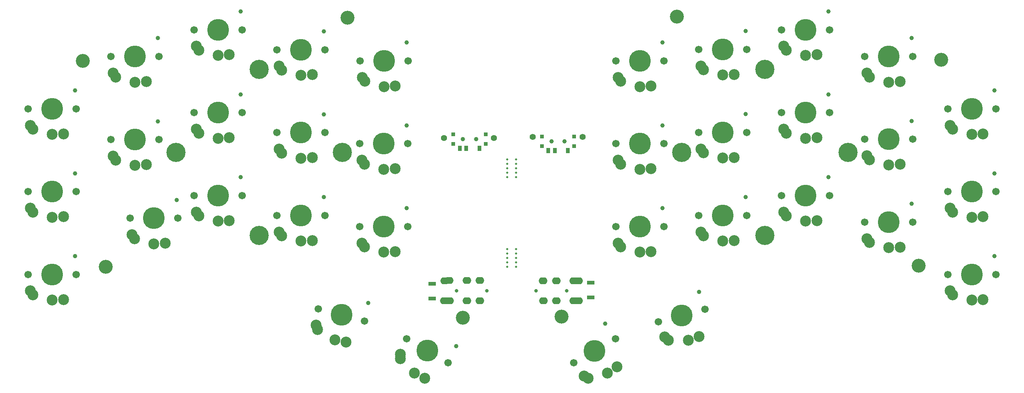
<source format=gbr>
%TF.GenerationSoftware,KiCad,Pcbnew,6.0.4+dfsg-1+b1*%
%TF.CreationDate,2022-04-16T20:30:22+01:00*%
%TF.ProjectId,sweep-mid,73776565-702d-46d6-9964-2e6b69636164,rev?*%
%TF.SameCoordinates,Original*%
%TF.FileFunction,Soldermask,Top*%
%TF.FilePolarity,Negative*%
%FSLAX46Y46*%
G04 Gerber Fmt 4.6, Leading zero omitted, Abs format (unit mm)*
G04 Created by KiCad (PCBNEW 6.0.4+dfsg-1+b1) date 2022-04-16 20:30:22*
%MOMM*%
%LPD*%
G01*
G04 APERTURE LIST*
%ADD10C,5.000000*%
%ADD11C,0.990600*%
%ADD12C,1.701800*%
%ADD13C,2.500000*%
%ADD14C,1.397000*%
%ADD15C,4.400000*%
%ADD16R,0.900000X0.900000*%
%ADD17R,0.900000X1.250000*%
%ADD18R,1.700000X0.900000*%
%ADD19C,0.800000*%
%ADD20O,2.000000X1.600000*%
%ADD21C,0.500000*%
%ADD22C,3.200000*%
%ADD23C,1.000000*%
G04 APERTURE END LIST*
D10*
%TO.C,SW2*%
X45000000Y-77000000D03*
D11*
X50220000Y-72800000D03*
D12*
X50500000Y-77000000D03*
X39500000Y-77000000D03*
D13*
X47600000Y-82750000D03*
X45000000Y-82900000D03*
X40000000Y-80800000D03*
X40600000Y-81700000D03*
%TD*%
D10*
%TO.C,SW3*%
X64000000Y-65000000D03*
D11*
X69220000Y-60800000D03*
D12*
X69500000Y-65000000D03*
X58500000Y-65000000D03*
D13*
X66600000Y-70750000D03*
X64000000Y-70900000D03*
X59000000Y-68800000D03*
X59600000Y-69700000D03*
%TD*%
D10*
%TO.C,SW4*%
X83000000Y-58860000D03*
D11*
X88220000Y-54660000D03*
D12*
X88500000Y-58860000D03*
X77500000Y-58860000D03*
D13*
X85600000Y-64610000D03*
X83000000Y-64760000D03*
X78000000Y-62660000D03*
X78600000Y-63560000D03*
%TD*%
D10*
%TO.C,SW5*%
X101994000Y-63432000D03*
D11*
X107214000Y-59232000D03*
D12*
X107494000Y-63432000D03*
X96494000Y-63432000D03*
D13*
X104594000Y-69182000D03*
X101994000Y-69332000D03*
X96994000Y-67232000D03*
X97594000Y-68132000D03*
%TD*%
D10*
%TO.C,SW6*%
X121000000Y-66000000D03*
D11*
X126220000Y-61800000D03*
D12*
X126500000Y-66000000D03*
X115500000Y-66000000D03*
D13*
X123600000Y-71750000D03*
X121000000Y-71900000D03*
X116000000Y-69800000D03*
X116600000Y-70700000D03*
%TD*%
D10*
%TO.C,SW8*%
X45000000Y-96000000D03*
D11*
X50220000Y-91800000D03*
D12*
X50500000Y-96000000D03*
X39500000Y-96000000D03*
D13*
X47600000Y-101750000D03*
X45000000Y-101900000D03*
X40000000Y-99800000D03*
X40600000Y-100700000D03*
%TD*%
D10*
%TO.C,SW9*%
X64000000Y-84074000D03*
D11*
X69220000Y-79874000D03*
D12*
X69500000Y-84074000D03*
X58500000Y-84074000D03*
D13*
X66600000Y-89824000D03*
X64000000Y-89974000D03*
X59000000Y-87874000D03*
X59600000Y-88774000D03*
%TD*%
D10*
%TO.C,SW10*%
X83000000Y-77878000D03*
D11*
X88220000Y-73678000D03*
D12*
X88500000Y-77878000D03*
X77500000Y-77878000D03*
D13*
X85600000Y-83628000D03*
X83000000Y-83778000D03*
X78000000Y-81678000D03*
X78600000Y-82578000D03*
%TD*%
D10*
%TO.C,SW11*%
X102000000Y-82450000D03*
D11*
X107220000Y-78250000D03*
D12*
X107500000Y-82450000D03*
X96500000Y-82450000D03*
D13*
X104600000Y-88200000D03*
X102000000Y-88350000D03*
X97000000Y-86250000D03*
X97600000Y-87150000D03*
%TD*%
D10*
%TO.C,SW12*%
X120980000Y-84990000D03*
D11*
X126200000Y-80790000D03*
D12*
X126480000Y-84990000D03*
X115480000Y-84990000D03*
D13*
X123580000Y-90740000D03*
X120980000Y-90890000D03*
X115980000Y-88790000D03*
X116580000Y-89690000D03*
%TD*%
D10*
%TO.C,SW14*%
X45000000Y-115000000D03*
D11*
X50220000Y-110800000D03*
D12*
X50500000Y-115000000D03*
X39500000Y-115000000D03*
D13*
X47600000Y-120750000D03*
X45000000Y-120900000D03*
X40000000Y-118800000D03*
X40600000Y-119700000D03*
%TD*%
%TO.C,SW15*%
X63926000Y-106808000D03*
X63326000Y-105908000D03*
X68326000Y-108008000D03*
X70926000Y-107858000D03*
D12*
X62826000Y-102108000D03*
X73826000Y-102108000D03*
D11*
X73546000Y-97908000D03*
D10*
X68326000Y-102108000D03*
%TD*%
%TO.C,SW16*%
X83000000Y-96896000D03*
D11*
X88220000Y-92696000D03*
D12*
X88500000Y-96896000D03*
X77500000Y-96896000D03*
D13*
X85600000Y-102646000D03*
X83000000Y-102796000D03*
X78000000Y-100696000D03*
X78600000Y-101596000D03*
%TD*%
D10*
%TO.C,SW17*%
X102000000Y-101468000D03*
D11*
X107220000Y-97268000D03*
D12*
X107500000Y-101468000D03*
X96500000Y-101468000D03*
D13*
X104600000Y-107218000D03*
X102000000Y-107368000D03*
X97000000Y-105268000D03*
X97600000Y-106168000D03*
%TD*%
D10*
%TO.C,SW20*%
X130950000Y-132504000D03*
D11*
X137570653Y-131476693D03*
D12*
X135713140Y-135254000D03*
X126186860Y-129754000D03*
D13*
X130326666Y-138783646D03*
X128000000Y-137613550D03*
X124719873Y-133294897D03*
X124789488Y-134374319D03*
%TD*%
D10*
%TO.C,SW21*%
X111272000Y-124288000D03*
D11*
X117401173Y-121582147D03*
D12*
X116584592Y-125711505D03*
X105959408Y-122864495D03*
D13*
X112295198Y-130515003D03*
X109744968Y-129986962D03*
X105458858Y-126664423D03*
X105805477Y-127689048D03*
%TD*%
D10*
%TO.C,SW18*%
X120980000Y-104008000D03*
D11*
X126200000Y-99808000D03*
D12*
X126480000Y-104008000D03*
X115480000Y-104008000D03*
D13*
X123580000Y-109758000D03*
X120980000Y-109908000D03*
X115980000Y-107808000D03*
X116580000Y-108708000D03*
%TD*%
D10*
%TO.C,SW11_r1*%
X198585840Y-82418000D03*
D11*
X203805840Y-78218000D03*
D12*
X204085840Y-82418000D03*
X193085840Y-82418000D03*
D13*
X201185840Y-88168000D03*
X198585840Y-88318000D03*
X193585840Y-86218000D03*
X194185840Y-87118000D03*
%TD*%
D10*
%TO.C,SW13_r1*%
X255631840Y-115000000D03*
D11*
X260851840Y-110800000D03*
D12*
X261131840Y-115000000D03*
X250131840Y-115000000D03*
D13*
X258231840Y-120750000D03*
X255631840Y-120900000D03*
X250631840Y-118800000D03*
X251231840Y-119700000D03*
%TD*%
D10*
%TO.C,SW15_r1*%
X217587840Y-96896000D03*
D11*
X222807840Y-92696000D03*
D12*
X223087840Y-96896000D03*
X212087840Y-96896000D03*
D13*
X220187840Y-102646000D03*
X217587840Y-102796000D03*
X212587840Y-100696000D03*
X213187840Y-101596000D03*
%TD*%
D10*
%TO.C,SW16_r1*%
X198585840Y-101468000D03*
D11*
X203805840Y-97268000D03*
D12*
X204085840Y-101468000D03*
X193085840Y-101468000D03*
D13*
X201185840Y-107218000D03*
X198585840Y-107368000D03*
X193585840Y-105268000D03*
X194185840Y-106168000D03*
%TD*%
D10*
%TO.C,SW5_r1*%
X198585840Y-63368000D03*
D11*
X203805840Y-59168000D03*
D12*
X204085840Y-63368000D03*
X193085840Y-63368000D03*
D13*
X201185840Y-69118000D03*
X198585840Y-69268000D03*
X193585840Y-67168000D03*
X194185840Y-68068000D03*
%TD*%
D10*
%TO.C,SW3_r1*%
X236613840Y-65000000D03*
D11*
X241833840Y-60800000D03*
D12*
X242113840Y-65000000D03*
X231113840Y-65000000D03*
D13*
X239213840Y-70750000D03*
X236613840Y-70900000D03*
X231613840Y-68800000D03*
X232213840Y-69700000D03*
%TD*%
D10*
%TO.C,SW4_r1*%
X217587840Y-58860000D03*
D11*
X222807840Y-54660000D03*
D12*
X223087840Y-58860000D03*
X212087840Y-58860000D03*
D13*
X220187840Y-64610000D03*
X217587840Y-64760000D03*
X212587840Y-62660000D03*
X213187840Y-63560000D03*
%TD*%
D10*
%TO.C,SW8_r1*%
X236613840Y-83974000D03*
D11*
X241833840Y-79774000D03*
D12*
X242113840Y-83974000D03*
X231113840Y-83974000D03*
D13*
X239213840Y-89724000D03*
X236613840Y-89874000D03*
X231613840Y-87774000D03*
X232213840Y-88674000D03*
%TD*%
D10*
%TO.C,SW9_r1*%
X217587840Y-77878000D03*
D11*
X222807840Y-73678000D03*
D12*
X223087840Y-77878000D03*
X212087840Y-77878000D03*
D13*
X220187840Y-83628000D03*
X217587840Y-83778000D03*
X212587840Y-81678000D03*
X213187840Y-82578000D03*
%TD*%
D10*
%TO.C,SW18_r1*%
X236613840Y-102992000D03*
D11*
X241833840Y-98792000D03*
D12*
X242113840Y-102992000D03*
X231113840Y-102992000D03*
D13*
X239213840Y-108742000D03*
X236613840Y-108892000D03*
X231613840Y-106792000D03*
X232213840Y-107692000D03*
%TD*%
D10*
%TO.C,SW12_r1*%
X179585840Y-84990000D03*
D11*
X184805840Y-80790000D03*
D12*
X185085840Y-84990000D03*
X174085840Y-84990000D03*
D13*
X182185840Y-90740000D03*
X179585840Y-90890000D03*
X174585840Y-88790000D03*
X175185840Y-89690000D03*
%TD*%
D10*
%TO.C,SW7_r1*%
X255631840Y-96000000D03*
D11*
X260851840Y-91800000D03*
D12*
X261131840Y-96000000D03*
X250131840Y-96000000D03*
D13*
X258231840Y-101750000D03*
X255631840Y-101900000D03*
X250631840Y-99800000D03*
X251231840Y-100700000D03*
%TD*%
D10*
%TO.C,SW2_r1*%
X255631840Y-77000000D03*
D11*
X260851840Y-72800000D03*
D12*
X261131840Y-77000000D03*
X250131840Y-77000000D03*
D13*
X258231840Y-82750000D03*
X255631840Y-82900000D03*
X250631840Y-80800000D03*
X251231840Y-81700000D03*
%TD*%
D10*
%TO.C,SW6_r1*%
X179585840Y-66000000D03*
D11*
X184805840Y-61800000D03*
D12*
X185085840Y-66000000D03*
X174085840Y-66000000D03*
D13*
X182185840Y-71750000D03*
X179585840Y-71900000D03*
X174585840Y-69800000D03*
X175185840Y-70700000D03*
%TD*%
D10*
%TO.C,SW20_r1*%
X169251000Y-132542000D03*
D11*
X171671653Y-126294693D03*
D12*
X174014140Y-129792000D03*
X164487860Y-135292000D03*
D13*
X174377666Y-136221646D03*
X172201000Y-137651550D03*
X166820873Y-138332897D03*
X167790488Y-138812319D03*
%TD*%
D10*
%TO.C,SW17_r1*%
X179585840Y-104008000D03*
D11*
X184805840Y-99808000D03*
D12*
X185085840Y-104008000D03*
X174085840Y-104008000D03*
D13*
X182185840Y-109758000D03*
X179585840Y-109908000D03*
X174585840Y-107808000D03*
X175185840Y-108708000D03*
%TD*%
D10*
%TO.C,SW21_r1*%
X189179840Y-124410000D03*
D11*
X193134933Y-119002076D03*
D12*
X194492432Y-122986495D03*
X183867248Y-125833505D03*
D13*
X193179457Y-129291144D03*
X190706872Y-130108962D03*
X185333723Y-129374613D03*
X186146216Y-130088655D03*
%TD*%
D14*
%TO.C,Bat+r1*%
X146190000Y-83736000D03*
%TD*%
%TO.C,BatGND1*%
X134760000Y-83736000D03*
%TD*%
D15*
%TO.C,REF\u002A\u002A*%
X92456000Y-67945000D03*
X92456000Y-106045000D03*
X111506000Y-86995000D03*
X73406000Y-86995000D03*
%TD*%
D16*
%TO.C,SW2*%
X136902000Y-85090000D03*
X144302000Y-85090000D03*
X136902000Y-82890000D03*
X144302000Y-82890000D03*
D17*
X142852000Y-86065000D03*
X139852000Y-86065000D03*
X138352000Y-86065000D03*
%TD*%
D18*
%TO.C,RSW1*%
X132080000Y-120572000D03*
X132080000Y-117172000D03*
%TD*%
D14*
%TO.C,BatGND4*%
X166459840Y-83482000D03*
%TD*%
D18*
%TO.C,RSW2*%
X168402000Y-120318000D03*
X168402000Y-116918000D03*
%TD*%
D14*
%TO.C,Bat+1*%
X155029840Y-83482000D03*
%TD*%
D15*
%TO.C,REF\u002A\u002A*%
X208280000Y-106045000D03*
X189230000Y-86995000D03*
X208280000Y-67945000D03*
X227330000Y-86995000D03*
%TD*%
D16*
%TO.C,SW2*%
X157171840Y-85598000D03*
X164571840Y-83398000D03*
X164571840Y-85598000D03*
X157171840Y-83398000D03*
D17*
X163121840Y-86573000D03*
X160121840Y-86573000D03*
X158621840Y-86573000D03*
%TD*%
D19*
%TO.C,J1*%
X162867840Y-118734000D03*
X155867840Y-118734000D03*
D20*
X160487840Y-121064000D03*
X160467840Y-116434000D03*
X157487840Y-121064000D03*
X157467840Y-116434000D03*
X165587840Y-116464000D03*
X165567840Y-121034000D03*
X164467840Y-116434000D03*
X164487840Y-121064000D03*
%TD*%
D21*
%TO.C,mouse-bite-5mm-slot*%
X151257000Y-90678000D03*
X151257000Y-88646000D03*
X151257000Y-92710000D03*
X149225000Y-88646000D03*
X151257000Y-91694000D03*
X149225000Y-92710000D03*
X149225000Y-91694000D03*
X149225000Y-89662000D03*
X151257000Y-89662000D03*
X149225000Y-90678000D03*
%TD*%
%TO.C,mouse-bite-5mm-slot*%
X151257000Y-113220500D03*
X149225000Y-111188500D03*
X149225000Y-109156500D03*
X149225000Y-110172500D03*
X149225000Y-112204500D03*
X151257000Y-111188500D03*
X149225000Y-113220500D03*
X151257000Y-112204500D03*
X151257000Y-110172500D03*
X151257000Y-109156500D03*
%TD*%
D19*
%TO.C,J2*%
X137590000Y-118734000D03*
X144590000Y-118734000D03*
D20*
X139970000Y-116404000D03*
X139990000Y-121034000D03*
X142970000Y-116404000D03*
X142990000Y-121034000D03*
X134890000Y-116434000D03*
X134870000Y-121004000D03*
X135970000Y-116404000D03*
X135990000Y-121034000D03*
%TD*%
D22*
%TO.C,*%
X112649000Y-56134000D03*
%TD*%
%TO.C,Mounting 03*%
X57277000Y-113284000D03*
%TD*%
%TO.C,Mounting 02*%
X139065000Y-124968000D03*
%TD*%
%TO.C,Mounting 01*%
X112649000Y-56134000D03*
%TD*%
%TO.C,*%
X139065000Y-124968000D03*
%TD*%
%TO.C,Mounting 04*%
X52070000Y-66040000D03*
%TD*%
D23*
%TO.C,SW_POWERR1*%
X142102000Y-83990000D03*
X139102000Y-83990000D03*
%TD*%
%TO.C,SW_POWER1*%
X159371840Y-84498000D03*
X162371840Y-84498000D03*
%TD*%
D22*
%TO.C,Mounting 02*%
X161671000Y-124714000D03*
%TD*%
%TO.C,Mounting 04*%
X248666000Y-65786000D03*
%TD*%
%TO.C,Mounting 01*%
X188087000Y-55880000D03*
%TD*%
%TO.C,Mounting 03*%
X243459000Y-113030000D03*
%TD*%
M02*

</source>
